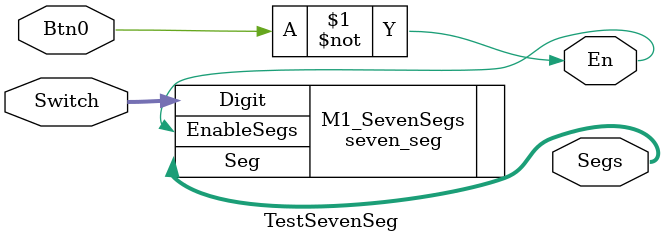
<source format=v>
`timescale 1ns / 1ps
module TestSevenSeg(
	input [3:0] Switch,
	input 		Btn0,
	output[6:0] Segs,
	output		En
    );
	 
	 assign En = ~Btn0;
	 
	 seven_seg M1_SevenSegs (.Digit(Switch),
	.EnableSegs(En), .Seg(Segs));


endmodule

</source>
